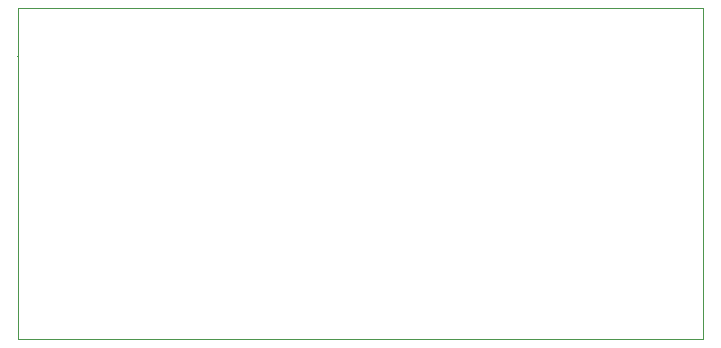
<source format=gbr>
%TF.GenerationSoftware,KiCad,Pcbnew,8.0.8*%
%TF.CreationDate,2025-01-29T17:06:49+00:00*%
%TF.ProjectId,ec30_5x2_lr_mh_0.1,65633330-5f35-4783-925f-6c725f6d685f,v0.1*%
%TF.SameCoordinates,PX8d24d00PY36d6160*%
%TF.FileFunction,Other,User*%
%FSLAX46Y46*%
G04 Gerber Fmt 4.6, Leading zero omitted, Abs format (unit mm)*
G04 Created by KiCad (PCBNEW 8.0.8) date 2025-01-29 17:06:49*
%MOMM*%
%LPD*%
G01*
G04 APERTURE LIST*
%ADD10C,0.100000*%
%ADD11C,0.130000*%
%ADD12C,0.120000*%
%ADD13C,0.110000*%
G04 APERTURE END LIST*
D10*
X-29000000Y14000001D02*
X29000000Y14000001D01*
X29000000Y-13999999D01*
X-29000000Y-13999999D01*
X-29000000Y14000001D01*
D11*
%TO.C,GS1*%
X-29000000Y10000000D02*
X-29000000Y10000000D01*
D12*
%TO.C,GS2*%
X29000000Y-10000000D02*
X29000000Y-10000000D01*
D13*
%TO.C,GS3*%
X-25000000Y-14000000D02*
X-25000000Y-14000000D01*
%TD*%
M02*

</source>
